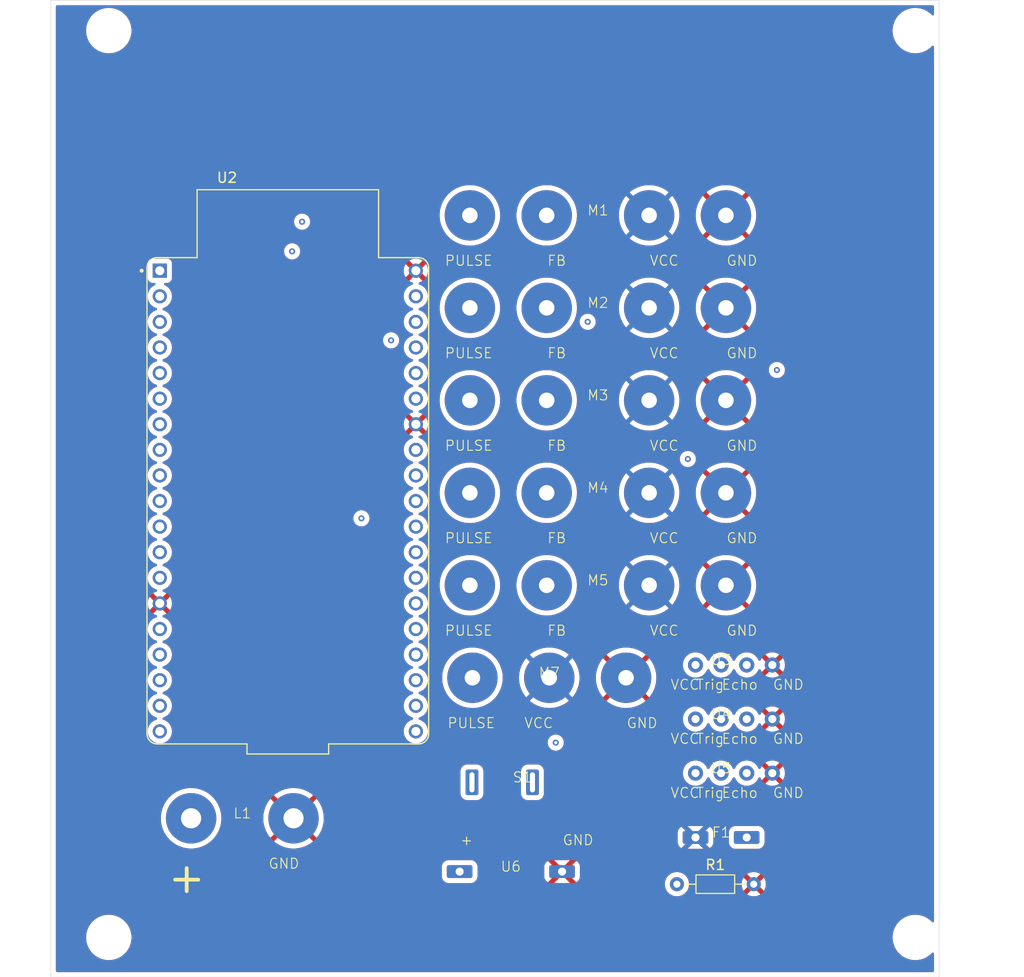
<source format=kicad_pcb>
(kicad_pcb (version 20241229) (generator "pcbnew") (generator_version "9.0")
  (layers (0 "F.Cu" signal) (4 "In1.Cu" signal) (6 "In2.Cu" signal) (2 "B.Cu" signal) (13 "F.Paste" user) (15 "B.Paste" user) (5 "F.SilkS" user "F.Silkscreen") (7 "B.SilkS" user "B.Silkscreen") (1 "F.Mask" user) (3 "B.Mask" user) (25 "Edge.Cuts" user))
  (net 0 "")
  (net 1 "LiPo+")
  (net 2 "GND")
  (net 4 "tyre_pulse_1")
  (net 5 "tyre_pulse_2")
  (net 7 "tyre_pulse_3")
  (net 10 "tyre_pulse_4")
  (net 11 "arm_feedback")
  (net 12 "arm_pulse")
  (net 13 "arm_wire_SIG")
  (net 14 "Net-(L1-+)")
  (net 16 "ESP32_21")
  (net 17 "ESP32_3.3")
  (net 19 "ultrasonic_echo3")
  (net 25 "ultrasonic_trig3")
  (net 30 "ultrasonic_echo1")
  (net 32 "ultrasonic_echo2")
  (net 33 "ultrasonic_trig1")
  (net 38 "ultrasonic_trig2")
  (footprint "robo:servo_motor_4" (layer "F.Cu") (at 157.518 58.338)
    (property "Reference" "M1" (at 0 -0.5 0) (layer "F.SilkS") (effects (font (thickness 0.1))))
    (property "Value" "~")
    (fp_text user "GND" (at 12.7 5.08 0) (layer "F.SilkS") (effects (font (thickness 0.1)) (justify left bottom)))
    (fp_text user "FB" (at -5.08 5.08 0) (layer "F.SilkS") (effects (font (thickness 0.1)) (justify left bottom)))
    (fp_text user "VCC" (at 5.08 5.08 0) (layer "F.SilkS") (effects (font (thickness 0.1)) (justify left bottom)))
    (fp_text user "PULSE" (at -15.24 5.08 0) (layer "F.SilkS") (effects (font (thickness 0.1)) (justify left bottom)))
    (pad "1" thru_hole circle (at -12.7 0) (size 5 5) (drill 1.54) (layers "*.Cu" "*.Mask") (net 4 "tyre_pulse_1"))
    (pad "2" thru_hole circle (at -5.08 0) (size 5 5) (drill 1.54) (layers "*.Cu" "*.Mask"))
    (pad "3" thru_hole circle (at 5.08 0) (size 5 5) (drill 1.54) (layers "*.Cu" "*.Mask") (net 1 "LiPo+"))
    (pad "4" thru_hole circle (at 12.7 0) (size 5 5) (drill 1.54) (layers "*.Cu" "*.Mask") (net 2 "GND"))
  )
  (footprint "robo:ultrasonic" (layer "F.Cu") (at 169.738 113.694)
    (property "Reference" "U5" (at 0 -0.5 0) (layer "F.SilkS") (effects (font (thickness 0.1))))
    (property "Value" "~")
    (fp_text user "VCC" (at -5.08 2.54 0) (layer "F.SilkS") (effects (font (thickness 0.1)) (justify left bottom)))
    (fp_text user "Trig" (at -2.54 2.54 0) (layer "F.SilkS") (effects (font (thickness 0.1)) (justify left bottom)))
    (fp_text user "Echo" (at 0 2.54 0) (layer "F.SilkS") (effects (font (thickness 0.1)) (justify left bottom)))
    (fp_text user "GND" (at 5.08 2.54 0) (layer "F.SilkS") (effects (font (thickness 0.1)) (justify left bottom)))
    (pad "1" thru_hole circle (at -2.54 0) (size 1.5 1.5) (drill 0.8) (layers "*.Cu" "*.Mask") (net 17 "ESP32_3.3"))
    (pad "2" thru_hole circle (at 0 0) (size 1.5 1.5) (drill 0.8) (layers "*.Cu" "*.Mask") (net 25 "ultrasonic_trig3"))
    (pad "3" thru_hole circle (at 2.54 0) (size 1.5 1.5) (drill 0.8) (layers "*.Cu" "*.Mask") (net 19 "ultrasonic_echo3"))
    (pad "4" thru_hole circle (at 5.08 0) (size 1.5 1.5) (drill 0.8) (layers "*.Cu" "*.Mask") (net 2 "GND"))
  )
  (footprint "robo:DS-850K-S-ON" (layer "F.Cu") (at 150.024 114.604)
    (property "Reference" "S1" (at 0 -0.5 0) (layer "F.SilkS") (effects (font (thickness 0.1))))
    (property "Value" "tactile switch")
    (pad "1" thru_hole roundrect (at -5 0 90) (size 2.54 1.27) (drill oval 2 0.5) (layers "*.Cu" "*.Mask") (roundrect_rratio 0.15) (net 16 "ESP32_21"))
    (pad "2" thru_hole roundrect (at 1 0 90) (size 2.54 1.27) (drill oval 2 0.5) (layers "*.Cu" "*.Mask") (roundrect_rratio 0.15) (net 17 "ESP32_3.3"))
  )
  (footprint "robo:ultrasonic" (layer "F.Cu") (at 169.738 108.326)
    (property "Reference" "U4" (at 0 -0.5 0) (layer "F.SilkS") (effects (font (thickness 0.1))))
    (property "Value" "~")
    (fp_text user "Trig" (at -2.54 2.54 0) (layer "F.SilkS") (effects (font (thickness 0.1)) (justify left bottom)))
    (fp_text user "GND" (at 5.08 2.54 0) (layer "F.SilkS") (effects (font (thickness 0.1)) (justify left bottom)))
    (fp_text user "Echo" (at 0 2.54 0) (layer "F.SilkS") (effects (font (thickness 0.1)) (justify left bottom)))
    (fp_text user "VCC" (at -5.08 2.54 0) (layer "F.SilkS") (effects (font (thickness 0.1)) (justify left bottom)))
    (pad "1" thru_hole circle (at -2.54 0) (size 1.5 1.5) (drill 0.8) (layers "*.Cu" "*.Mask") (net 17 "ESP32_3.3"))
    (pad "2" thru_hole circle (at 0 0) (size 1.5 1.5) (drill 0.8) (layers "*.Cu" "*.Mask") (net 38 "ultrasonic_trig2"))
    (pad "3" thru_hole circle (at 2.54 0) (size 1.5 1.5) (drill 0.8) (layers "*.Cu" "*.Mask") (net 32 "ultrasonic_echo2"))
    (pad "4" thru_hole circle (at 5.08 0) (size 1.5 1.5) (drill 0.8) (layers "*.Cu" "*.Mask") (net 2 "GND"))
  )
  (footprint "robo:servo_motor_4" (layer "F.Cu") (at 157.518 95.05)
    (property "Reference" "M5" (at 0 -0.5 0) (layer "F.SilkS") (effects (font (thickness 0.1))))
    (property "Value" "~")
    (fp_text user "VCC" (at 5.08 5.08 0) (layer "F.SilkS") (effects (font (thickness 0.1)) (justify left bottom)))
    (fp_text user "GND" (at 12.7 5.08 0) (layer "F.SilkS") (effects (font (thickness 0.1)) (justify left bottom)))
    (fp_text user "PULSE" (at -15.24 5.08 0) (layer "F.SilkS") (effects (font (thickness 0.1)) (justify left bottom)))
    (fp_text user "FB" (at -5.08 5.08 0) (layer "F.SilkS") (effects (font (thickness 0.1)) (justify left bottom)))
    (pad "1" thru_hole circle (at -12.7 0) (size 5 5) (drill 1.54) (layers "*.Cu" "*.Mask") (net 12 "arm_pulse"))
    (pad "2" thru_hole circle (at -5.08 0) (size 5 5) (drill 1.54) (layers "*.Cu" "*.Mask") (net 11 "arm_feedback"))
    (pad "3" thru_hole circle (at 5.08 0) (size 5 5) (drill 1.54) (layers "*.Cu" "*.Mask") (net 1 "LiPo+"))
    (pad "4" thru_hole circle (at 12.7 0) (size 5 5) (drill 1.54) (layers "*.Cu" "*.Mask") (net 2 "GND"))
  )
  (footprint "robo:ultrasonic" (layer "F.Cu") (at 169.738 102.958)
    (property "Reference" "U3" (at 0 -0.5 0) (layer "F.SilkS") (effects (font (thickness 0.1))))
    (property "Value" "~")
    (fp_text user "VCC" (at -5.08 2.54 0) (layer "F.SilkS") (effects (font (thickness 0.1)) (justify left bottom)))
    (fp_text user "Trig" (at -2.54 2.54 0) (layer "F.SilkS") (effects (font (thickness 0.1)) (justify left bottom)))
    (fp_text user "GND" (at 5.08 2.54 0) (layer "F.SilkS") (effects (font (thickness 0.1)) (justify left bottom)))
    (fp_text user "Echo" (at 0 2.54 0) (layer "F.SilkS") (effects (font (thickness 0.1)) (justify left bottom)))
    (pad "1" thru_hole circle (at -2.54 0) (size 1.5 1.5) (drill 0.8) (layers "*.Cu" "*.Mask") (net 17 "ESP32_3.3"))
    (pad "2" thru_hole circle (at 0 0) (size 1.5 1.5) (drill 0.8) (layers "*.Cu" "*.Mask") (net 33 "ultrasonic_trig1"))
    (pad "3" thru_hole circle (at 2.54 0) (size 1.5 1.5) (drill 0.8) (layers "*.Cu" "*.Mask") (net 30 "ultrasonic_echo1"))
    (pad "4" thru_hole circle (at 5.08 0) (size 1.5 1.5) (drill 0.8) (layers "*.Cu" "*.Mask") (net 2 "GND"))
  )
  (footprint "robo:voltmeter" (layer "F.Cu") (at 148.882 123.464)
    (property "Reference" "U6" (at 0 -0.5 0) (layer "F.SilkS") (effects (font (thickness 0.1))))
    (property "Value" "~")
    (fp_text user "+" (at -5.08 -2.54 0) (layer "F.SilkS") (effects (font (thickness 0.1)) (justify left bottom)))
    (fp_text user "GND" (at 5.08 -2.54 0) (layer "F.SilkS") (effects (font (thickness 0.1)) (justify left bottom)))
    (pad "1" thru_hole roundrect (at -5.08 0) (size 2.54 1.27) (drill 0.8) (layers "*.Cu" "*.Mask") (roundrect_rratio 0.15) (net 14 "Net-(L1-+)"))
    (pad "2" thru_hole roundrect (at 5.08 0) (size 2.54 1.27) (drill 0.8) (layers "*.Cu" "*.Mask") (roundrect_rratio 0.15) (net 2 "GND"))
  )
  (footprint "robo:4mm diameter through hole" (layer "F.Cu") (at 189 130)
    (property "Reference" "H3" (at 0 -0.5 0) (layer "F.SilkS") (effects (font (thickness 0.1))))
    (property "Value" "4mm diameter through hole")
    (pad "" np_thru_hole circle (at 0 0) (size 4 4) (drill 4) (layers "F&B.Cu" "*.Mask"))
  )
  (footprint "robo:4mm diameter through hole" (layer "F.Cu") (at 189 40)
    (property "Reference" "H4" (at 0 -0.5 0) (layer "F.SilkS") (effects (font (thickness 0.1))))
    (property "Value" "4mm diameter through hole")
    (pad "" np_thru_hole circle (at 0 0) (size 4 4) (drill 4) (layers "F&B.Cu" "*.Mask"))
  )
  (footprint "robo:fuse_holder" (layer "F.Cu") (at 169.738 120.074)
    (property "Reference" "F1" (at 0 -0.5 0) (layer "F.SilkS") (effects (font (thickness 0.1))))
    (property "Value" "Fuse")
    (pad "1" thru_hole roundrect (at -2.54 0) (size 2.54 1.27) (drill 0.8) (layers "*.Cu" "*.Mask") (roundrect_rratio 0.15) (net 1 "LiPo+"))
    (pad "2" thru_hole roundrect (at 2.54 0) (size 2.54 1.27) (drill 0.8) (layers "*.Cu" "*.Mask") (roundrect_rratio 0.15) (net 14 "Net-(L1-+)"))
  )
  (footprint "robo:servo_motor_4" (layer "F.Cu") (at 157.518 85.872)
    (property "Reference" "M4" (at 0 -0.5 0) (layer "F.SilkS") (effects (font (thickness 0.1))))
    (property "Value" "~")
    (fp_text user "VCC" (at 5.08 5.08 0) (layer "F.SilkS") (effects (font (thickness 0.1)) (justify left bottom)))
    (fp_text user "FB" (at -5.08 5.08 0) (layer "F.SilkS") (effects (font (thickness 0.1)) (justify left bottom)))
    (fp_text user "GND" (at 12.7 5.08 0) (layer "F.SilkS") (effects (font (thickness 0.1)) (justify left bottom)))
    (fp_text user "PULSE" (at -15.24 5.08 0) (layer "F.SilkS") (effects (font (thickness 0.1)) (justify left bottom)))
    (pad "1" thru_hole circle (at -12.7 0) (size 5 5) (drill 1.54) (layers "*.Cu" "*.Mask") (net 10 "tyre_pulse_4"))
    (pad "2" thru_hole circle (at -5.08 0) (size 5 5) (drill 1.54) (layers "*.Cu" "*.Mask"))
    (pad "3" thru_hole circle (at 5.08 0) (size 5 5) (drill 1.54) (layers "*.Cu" "*.Mask") (net 1 "LiPo+"))
    (pad "4" thru_hole circle (at 12.7 0) (size 5 5) (drill 1.54) (layers "*.Cu" "*.Mask") (net 2 "GND"))
  )
  (footprint "robo:servo_motor_4" (layer "F.Cu") (at 157.518 76.694)
    (property "Reference" "M3" (at 0 -0.5 0) (layer "F.SilkS") (effects (font (thickness 0.1))))
    (property "Value" "~")
    (fp_text user "GND" (at 12.7 5.08 0) (layer "F.SilkS") (effects (font (thickness 0.1)) (justify left bottom)))
    (fp_text user "VCC" (at 5.08 5.08 0) (layer "F.SilkS") (effects (font (thickness 0.1)) (justify left bottom)))
    (fp_text user "FB" (at -5.08 5.08 0) (layer "F.SilkS") (effects (font (thickness 0.1)) (justify left bottom)))
    (fp_text user "PULSE" (at -15.24 5.08 0) (layer "F.SilkS") (effects (font (thickness 0.1)) (justify left bottom)))
    (pad "1" thru_hole circle (at -12.7 0) (size 5 5) (drill 1.54) (layers "*.Cu" "*.Mask") (net 7 "tyre_pulse_3"))
    (pad "2" thru_hole circle (at -5.08 0) (size 5 5) (drill 1.54) (layers "*.Cu" "*.Mask"))
    (pad "3" thru_hole circle (at 5.08 0) (size 5 5) (drill 1.54) (layers "*.Cu" "*.Mask") (net 1 "LiPo+"))
    (pad "4" thru_hole circle (at 12.7 0) (size 5 5) (drill 1.54) (layers "*.Cu" "*.Mask") (net 2 "GND"))
  )
  (footprint "robo:servo_motor_3" (layer "F.Cu") (at 152.692 104.228)
    (property "Reference" "M7" (at 0 -0.5 0) (layer "F.SilkS") (effects (font (thickness 0.1))))
    (property "Value" "Motor_Servo")
    (fp_text user "PULSE" (at -10.16 5.08 0) (layer "F.SilkS") (effects (font (thickness 0.1)) (justify left bottom)))
    (fp_text user "VCC" (at -2.54 5.08 0) (layer "F.SilkS") (effects (font (thickness 0.1)) (justify left bottom)))
    (fp_text user "GND" (at 7.62 5.08 0) (layer "F.SilkS") (effects (font (thickness 0.1)) (justify left bottom)))
    (pad "1" thru_hole circle (at -7.62 0) (size 5 5) (drill 1.54) (layers "*.Cu" "*.Mask") (net 13 "arm_wire_SIG"))
    (pad "2" thru_hole circle (at 0 0) (size 5 5) (drill 1.54) (layers "*.Cu" "*.Mask") (net 1 "LiPo+"))
    (pad "3" thru_hole circle (at 7.62 0) (size 5 5) (drill 1.54) (layers "*.Cu" "*.Mask") (net 2 "GND"))
  )
  (footprint "robo:4mm diameter through hole" (layer "F.Cu") (at 109 130)
    (property "Reference" "H2" (at 0 -0.5 0) (layer "F.SilkS") (effects (font (thickness 0.1))))
    (property "Value" "4mm diameter through hole")
    (pad "" np_thru_hole circle (at 0 0) (size 4 4) (drill 4) (layers "F&B.Cu" "*.Mask"))
  )
  (footprint "robo:LiPo" (layer "F.Cu") (at 122.244 118.174)
    (property "Reference" "L1" (at 0 -0.5 0) (layer "F.SilkS") (effects (font (thickness 0.1))))
    (property "Value" "~")
    (fp_text user "GND" (at 2.54 5.08 0) (layer "F.SilkS") (effects (font (thickness 0.1)) (justify left bottom)))
    (fp_text user "+" (at -7.62 7.62 0) (layer "F.SilkS") (effects (font (size 3 3) (thickness 0.375)) (justify left bottom)))
    (pad "1" thru_hole circle (at -5.08 0) (size 5 5) (drill 2) (layers "*.Cu" "*.Mask") (net 14 "Net-(L1-+)"))
    (pad "2" thru_hole circle (at 5.08 0) (size 5 5) (drill 2) (layers "*.Cu" "*.Mask") (net 2 "GND"))
  )
  (footprint "robo:MODULE_ESP32-DEVKITC-32E" (layer "F.Cu") (at 126.759 86.664)
    (property "Reference" "U2" (at -6.0325 -32.0675 0) (layer "F.SilkS"))
    (property "Value" "ESP32-DEVKITC-32E")
    (fp_line (start -13.97 23.13) (end -13.97 -23.13) (stroke (width 0.127)) (layer "F.SilkS"))
    (fp_line (start -12.97 -24.13) (end -9 -24.13) (stroke (width 0.127)) (layer "F.SilkS"))
    (fp_line (start -12.97 24.13) (end -4.05 24.13) (stroke (width 0.127)) (layer "F.SilkS"))
    (fp_line (start -9 -30.87) (end 9 -30.87) (stroke (width 0.127)) (layer "F.SilkS"))
    (fp_line (start -9 -24.13) (end -9 -30.87) (stroke (width 0.127)) (layer "F.SilkS"))
    (fp_line (start -4.05 24.13) (end -4.05 25.13) (stroke (width 0.127)) (layer "F.SilkS"))
    (fp_line (start -4.05 25.13) (end 4.05 25.13) (stroke (width 0.127)) (layer "F.SilkS"))
    (fp_line (start 4.05 24.13) (end 12.97 24.13) (stroke (width 0.127)) (layer "F.SilkS"))
    (fp_line (start 4.05 25.13) (end 4.05 24.13) (stroke (width 0.127)) (layer "F.SilkS"))
    (fp_line (start 9 -30.87) (end 9 -24.13) (stroke (width 0.127)) (layer "F.SilkS"))
    (fp_line (start 9 -24.13) (end 12.97 -24.13) (stroke (width 0.127)) (layer "F.SilkS"))
    (fp_line (start 13.97 23.13) (end 13.97 -23.13) (stroke (width 0.127)) (layer "F.SilkS"))
    (fp_arc (start -13.97 -23.13) (mid -13.677107 -23.837107) (end -12.97 -24.13) (stroke (width 0.127)) (layer "F.SilkS"))
    (fp_arc (start -12.97 24.13) (mid -13.677107 23.837107) (end -13.97 23.13) (stroke (width 0.127)) (layer "F.SilkS"))
    (fp_arc (start 12.97 -24.13) (mid 13.677107 -23.837107) (end 13.97 -23.13) (stroke (width 0.127)) (layer "F.SilkS"))
    (fp_arc (start 13.97 23.13) (mid 13.677107 23.837107) (end 12.97 24.13) (stroke (width 0.127)) (layer "F.SilkS"))
    (fp_circle (center -14.5 -22.835) (end -14.4 -22.835) (stroke (width 0.2)) (fill no) (layer "F.SilkS"))
    (pad "J2_1" thru_hole rect (at -12.7 -22.835) (size 1.408 1.408) (drill 0.9) (layers "*.Cu" "*.Mask") (net 17 "ESP32_3.3"))
    (pad "J2_2" thru_hole circle (at -12.7 -20.295) (size 1.408 1.408) (drill 0.9) (layers "*.Cu" "*.Mask"))
    (pad "J2_3" thru_hole circle (at -12.7 -17.755) (size 1.408 1.408) (drill 0.9) (layers "*.Cu" "*.Mask"))
    (pad "J2_4" thru_hole circle (at -12.7 -15.215) (size 1.408 1.408) (drill 0.9) (layers "*.Cu" "*.Mask"))
    (pad "J2_5" thru_hole circle (at -12.7 -12.675) (size 1.408 1.408) (drill 0.9) (layers "*.Cu" "*.Mask") (net 11 "arm_feedback"))
    (pad "J2_6" thru_hole circle (at -12.7 -10.135) (size 1.408 1.408) (drill 0.9) (layers "*.Cu" "*.Mask"))
    (pad "J2_7" thru_hole circle (at -12.7 -7.595) (size 1.408 1.408) (drill 0.9) (layers "*.Cu" "*.Mask") (net 13 "arm_wire_SIG"))
    (pad "J2_8" thru_hole circle (at -12.7 -5.055) (size 1.408 1.408) (drill 0.9) (layers "*.Cu" "*.Mask"))
    (pad "J2_9" thru_hole circle (at -12.7 -2.515) (size 1.408 1.408) (drill 0.9) (layers "*.Cu" "*.Mask"))
    (pad "J2_10" thru_hole circle (at -12.7 0.025) (size 1.408 1.408) (drill 0.9) (layers "*.Cu" "*.Mask") (net 25 "ultrasonic_trig3"))
    (pad "J2_11" thru_hole circle (at -12.7 2.565) (size 1.408 1.408) (drill 0.9) (layers "*.Cu" "*.Mask") (net 19 "ultrasonic_echo3"))
    (pad "J2_12" thru_hole circle (at -12.7 5.105) (size 1.408 1.408) (drill 0.9) (layers "*.Cu" "*.Mask") (net 5 "tyre_pulse_2"))
    (pad "J2_13" thru_hole circle (at -12.7 7.645) (size 1.408 1.408) (drill 0.9) (layers "*.Cu" "*.Mask"))
    (pad "J2_14" thru_hole circle (at -12.7 10.185) (size 1.408 1.408) (drill 0.9) (layers "*.Cu" "*.Mask") (net 2 "GND"))
    (pad "J2_15" thru_hole circle (at -12.7 12.725) (size 1.408 1.408) (drill 0.9) (layers "*.Cu" "*.Mask") (net 4 "tyre_pulse_1"))
    (pad "J2_16" thru_hole circle (at -12.7 15.265) (size 1.408 1.408) (drill 0.9) (layers "*.Cu" "*.Mask"))
    (pad "J2_17" thru_hole circle (at -12.7 17.805) (size 1.408 1.408) (drill 0.9) (layers "*.Cu" "*.Mask"))
    (pad "J2_18" thru_hole circle (at -12.7 20.345) (size 1.408 1.408) (drill 0.9) (layers "*.Cu" "*.Mask"))
    (pad "J2_19" thru_hole circle (at -12.7 22.885) (size 1.408 1.408) (drill 0.9) (layers "*.Cu" "*.Mask"))
    (pad "J3_1" thru_hole circle (at 12.7 -22.835) (size 1.408 1.408) (drill 0.9) (layers "*.Cu" "*.Mask") (net 2 "GND"))
    (pad "J3_2" thru_hole circle (at 12.7 -20.295) (size 1.408 1.408) (drill 0.9) (layers "*.Cu" "*.Mask") (net 32 "ultrasonic_echo2"))
    (pad "J3_3" thru_hole circle (at 12.7 -17.755) (size 1.408 1.408) (drill 0.9) (layers "*.Cu" "*.Mask") (net 38 "ultrasonic_trig2"))
    (pad "J3_4" thru_hole circle (at 12.7 -15.215) (size 1.408 1.408) (drill 0.9) (layers "*.Cu" "*.Mask"))
    (pad "J3_5" thru_hole circle (at 12.7 -12.675) (size 1.408 1.408) (drill 0.9) (layers "*.Cu" "*.Mask"))
    (pad "J3_6" thru_hole circle (at 12.7 -10.135) (size 1.408 1.408) (drill 0.9) (layers "*.Cu" "*.Mask") (net 16 "ESP32_21"))
    (pad "J3_7" thru_hole circle (at 12.7 -7.595) (size 1.408 1.408) (drill 0.9) (layers "*.Cu" "*.Mask") (net 2 "GND"))
    (pad "J3_8" thru_hole circle (at 12.7 -5.055) (size 1.408 1.408) (drill 0.9) (layers "*.Cu" "*.Mask") (net 30 "ultrasonic_echo1"))
    (pad "J3_9" thru_hole circle (at 12.7 -2.515) (size 1.408 1.408) (drill 0.9) (layers "*.Cu" "*.Mask") (net 33 "ultrasonic_trig1"))
    (pad "J3_10" thru_hole circle (at 12.7 0.025) (size 1.408 1.408) (drill 0.9) (layers "*.Cu" "*.Mask"))
    (pad "J3_11" thru_hole circle (at 12.7 2.565) (size 1.408 1.408) (drill 0.9) (layers "*.Cu" "*.Mask") (net 12 "arm_pulse"))
    (pad "J3_12" thru_hole circle (at 12.7 5.105) (size 1.408 1.408) (drill 0.9) (layers "*.Cu" "*.Mask") (net 10 "tyre_pulse_4"))
    (pad "J3_13" thru_hole circle (at 12.7 7.645) (size 1.408 1.408) (drill 0.9) (layers "*.Cu" "*.Mask"))
    (pad "J3_14" thru_hole circle (at 12.7 10.185) (size 1.408 1.408) (drill 0.9) (layers "*.Cu" "*.Mask"))
    (pad "J3_15" thru_hole circle (at 12.7 12.725) (size 1.408 1.408) (drill 0.9) (layers "*.Cu" "*.Mask"))
    (pad "J3_16" thru_hole circle (at 12.7 15.265) (size 1.408 1.408) (drill 0.9) (layers "*.Cu" "*.Mask") (net 7 "tyre_pulse_3"))
    (pad "J3_17" thru_hole circle (at 12.7 17.805) (size 1.408 1.408) (drill 0.9) (layers "*.Cu" "*.Mask"))
    (pad "J3_18" thru_hole circle (at 12.7 20.345) (size 1.408 1.408) (drill 0.9) (layers "*.Cu" "*.Mask"))
    (pad "J3_19" thru_hole circle (at 12.7 22.885) (size 1.408 1.408) (drill 0.9) (layers "*.Cu" "*.Mask"))
  )
  (footprint "robo:4mm diameter through hole" (layer "F.Cu") (at 109 40)
    (property "Reference" "H1" (at 0 -0.5 0) (layer "F.SilkS") (effects (font (thickness 0.1))))
    (property "Value" "4mm diameter through hole")
    (pad "" np_thru_hole circle (at 0 0) (size 4 4) (drill 4) (layers "F&B.Cu" "*.Mask"))
  )
  (footprint "robo:servo_motor_4" (layer "F.Cu") (at 157.518 67.516)
    (property "Reference" "M2" (at 0 -0.5 0) (layer "F.SilkS") (effects (font (thickness 0.1))))
    (property "Value" "~")
    (fp_text user "VCC" (at 5.08 5.08 0) (layer "F.SilkS") (effects (font (thickness 0.1)) (justify left bottom)))
    (fp_text user "FB" (at -5.08 5.08 0) (layer "F.SilkS") (effects (font (thickness 0.1)) (justify left bottom)))
    (fp_text user "PULSE" (at -15.24 5.08 0) (layer "F.SilkS") (effects (font (thickness 0.1)) (justify left bottom)))
    (fp_text user "GND" (at 12.7 5.08 0) (layer "F.SilkS") (effects (font (thickness 0.1)) (justify left bottom)))
    (pad "1" thru_hole circle (at -12.7 0) (size 5 5) (drill 1.54) (layers "*.Cu" "*.Mask") (net 5 "tyre_pulse_2"))
    (pad "2" thru_hole circle (at -5.08 0) (size 5 5) (drill 1.54) (layers "*.Cu" "*.Mask"))
    (pad "3" thru_hole circle (at 5.08 0) (size 5 5) (drill 1.54) (layers "*.Cu" "*.Mask") (net 1 "LiPo+"))
    (pad "4" thru_hole circle (at 12.7 0) (size 5 5) (drill 1.54) (layers "*.Cu" "*.Mask") (net 2 "GND"))
  )
  (footprint "Resistor_THT:R_Axial_DIN0204_L3.6mm_D1.6mm_P7.62mm_Horizontal" (layer "F.Cu") (at 165.354 124.714)
    (property "Reference" "R1" (at 3.81 -1.92 0) (layer "F.SilkS"))
    (property "Value" "R")
    (fp_line (start 0.94 0) (end 1.89 0) (stroke (width 0.12)) (layer "F.SilkS"))
    (fp_line (start 6.68 0) (end 5.73 0) (stroke (width 0.12)) (layer "F.SilkS"))
    (fp_rect (start 1.89 -0.92) (end 5.73 0.92) (stroke (width 0.12)) (fill no) (layer "F.SilkS"))
    (pad "1" thru_hole circle (at 0 0) (size 1.4 1.4) (drill 0.7) (layers "*.Cu" "*.Mask") (net 16 "ESP32_21"))
    (pad "2" thru_hole circle (at 7.62 0) (size 1.4 1.4) (drill 0.7) (layers "*.Cu" "*.Mask") (net 2 "GND"))
  )
  (gr_rect (start 103.25 36.988) (end 191.358 133.938) (stroke (width 0.05)) (fill no) (layer "Edge.Cuts"))
  (via (at 128.1706 58.966) (size 0.6) (drill 0.3) (layers "F.Cu" "B.Cu") (net 4))
  (via (at 127.1847 61.91) (size 0.6) (drill 0.3) (layers "F.Cu" "B.Cu") (net 5))
  (via (at 137.0014 70.742) (size 0.6) (drill 0.3) (layers "F.Cu" "B.Cu") (net 11))
  (via (at 134.0578 88.406) (size 0.6) (drill 0.3) (layers "F.Cu" "B.Cu") (net 13))
  (via (at 156.502 68.9026) (size 0.6) (drill 0.3) (layers "F.Cu" "B.Cu") (net 17))
  (via (at 153.336 110.6638) (size 0.6) (drill 0.3) (layers "F.Cu" "B.Cu") (net 17))
  (via (at 175.2682 73.686) (size 0.6) (drill 0.3) (layers "F.Cu" "B.Cu") (net 32))
  (via (at 166.4374 82.518) (size 0.6) (drill 0.3) (layers "F.Cu" "B.Cu") (net 38))
  (zone (net 2) (net_name "GND") (layer "F.Cu") (connect_pads (clearance 0.5)) (min_thickness 0.25) (fill yes (thermal_gap 0.5) (thermal_bridge_width 0.5))
    (polygon (pts (xy 103.3 37) (xy 103.3 133.9) (xy 191.3 133.9) (xy 191.3 37) (xy 191.3 37.1)))
  )
  (zone (net 1) (net_name "LiPo+") (layer "B.Cu") (priority 1) (connect_pads (clearance 0.5)) (min_thickness 0.25) (fill yes (thermal_gap 0.5) (thermal_bridge_width 0.5))
    (polygon (pts (xy 103.3 133.9) (xy 191.3 133.9) (xy 191.3 37) (xy 103.3 37)))
  )
)
</source>
